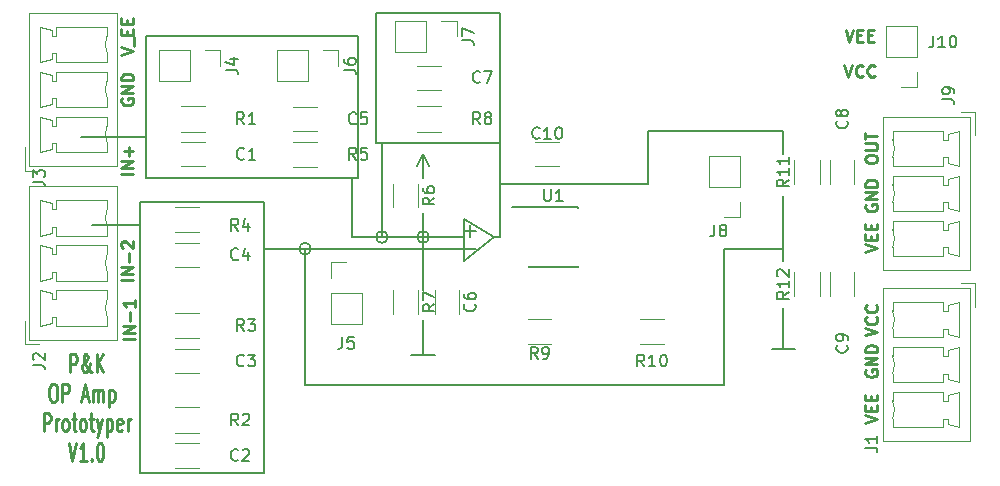
<source format=gbr>
G04 #@! TF.GenerationSoftware,KiCad,Pcbnew,(5.0.0)*
G04 #@! TF.CreationDate,2019-09-20T20:16:55+02:00*
G04 #@! TF.ProjectId,opampprotopcb,6F70616D7070726F746F7063622E6B69,rev?*
G04 #@! TF.SameCoordinates,Original*
G04 #@! TF.FileFunction,Legend,Top*
G04 #@! TF.FilePolarity,Positive*
%FSLAX46Y46*%
G04 Gerber Fmt 4.6, Leading zero omitted, Abs format (unit mm)*
G04 Created by KiCad (PCBNEW (5.0.0)) date 09/20/19 20:16:55*
%MOMM*%
%LPD*%
G01*
G04 APERTURE LIST*
%ADD10C,0.250000*%
%ADD11C,0.200000*%
%ADD12C,0.150000*%
%ADD13C,0.120000*%
G04 APERTURE END LIST*
D10*
X19119047Y-55428571D02*
X19119047Y-53928571D01*
X19500000Y-53928571D01*
X19595238Y-54000000D01*
X19642857Y-54071428D01*
X19690476Y-54214285D01*
X19690476Y-54428571D01*
X19642857Y-54571428D01*
X19595238Y-54642857D01*
X19500000Y-54714285D01*
X19119047Y-54714285D01*
X20928571Y-55428571D02*
X20880952Y-55428571D01*
X20785714Y-55357142D01*
X20642857Y-55142857D01*
X20404761Y-54714285D01*
X20309523Y-54500000D01*
X20261904Y-54285714D01*
X20261904Y-54142857D01*
X20309523Y-54000000D01*
X20404761Y-53928571D01*
X20452380Y-53928571D01*
X20547619Y-54000000D01*
X20595238Y-54142857D01*
X20595238Y-54214285D01*
X20547619Y-54357142D01*
X20500000Y-54428571D01*
X20214285Y-54714285D01*
X20166666Y-54785714D01*
X20119047Y-54928571D01*
X20119047Y-55142857D01*
X20166666Y-55285714D01*
X20214285Y-55357142D01*
X20309523Y-55428571D01*
X20452380Y-55428571D01*
X20547619Y-55357142D01*
X20595238Y-55285714D01*
X20738095Y-55000000D01*
X20785714Y-54785714D01*
X20785714Y-54642857D01*
X21357142Y-55428571D02*
X21357142Y-53928571D01*
X21928571Y-55428571D02*
X21500000Y-54571428D01*
X21928571Y-53928571D02*
X21357142Y-54785714D01*
X17595238Y-56428571D02*
X17785714Y-56428571D01*
X17880952Y-56500000D01*
X17976190Y-56642857D01*
X18023809Y-56928571D01*
X18023809Y-57428571D01*
X17976190Y-57714285D01*
X17880952Y-57857142D01*
X17785714Y-57928571D01*
X17595238Y-57928571D01*
X17500000Y-57857142D01*
X17404761Y-57714285D01*
X17357142Y-57428571D01*
X17357142Y-56928571D01*
X17404761Y-56642857D01*
X17500000Y-56500000D01*
X17595238Y-56428571D01*
X18452380Y-57928571D02*
X18452380Y-56428571D01*
X18833333Y-56428571D01*
X18928571Y-56500000D01*
X18976190Y-56571428D01*
X19023809Y-56714285D01*
X19023809Y-56928571D01*
X18976190Y-57071428D01*
X18928571Y-57142857D01*
X18833333Y-57214285D01*
X18452380Y-57214285D01*
X20166666Y-57500000D02*
X20642857Y-57500000D01*
X20071428Y-57928571D02*
X20404761Y-56428571D01*
X20738095Y-57928571D01*
X21071428Y-57928571D02*
X21071428Y-56928571D01*
X21071428Y-57071428D02*
X21119047Y-57000000D01*
X21214285Y-56928571D01*
X21357142Y-56928571D01*
X21452380Y-57000000D01*
X21500000Y-57142857D01*
X21500000Y-57928571D01*
X21500000Y-57142857D02*
X21547619Y-57000000D01*
X21642857Y-56928571D01*
X21785714Y-56928571D01*
X21880952Y-57000000D01*
X21928571Y-57142857D01*
X21928571Y-57928571D01*
X22404761Y-56928571D02*
X22404761Y-58428571D01*
X22404761Y-57000000D02*
X22500000Y-56928571D01*
X22690476Y-56928571D01*
X22785714Y-57000000D01*
X22833333Y-57071428D01*
X22880952Y-57214285D01*
X22880952Y-57642857D01*
X22833333Y-57785714D01*
X22785714Y-57857142D01*
X22690476Y-57928571D01*
X22500000Y-57928571D01*
X22404761Y-57857142D01*
X16880952Y-60428571D02*
X16880952Y-58928571D01*
X17261904Y-58928571D01*
X17357142Y-59000000D01*
X17404761Y-59071428D01*
X17452380Y-59214285D01*
X17452380Y-59428571D01*
X17404761Y-59571428D01*
X17357142Y-59642857D01*
X17261904Y-59714285D01*
X16880952Y-59714285D01*
X17880952Y-60428571D02*
X17880952Y-59428571D01*
X17880952Y-59714285D02*
X17928571Y-59571428D01*
X17976190Y-59500000D01*
X18071428Y-59428571D01*
X18166666Y-59428571D01*
X18642857Y-60428571D02*
X18547619Y-60357142D01*
X18500000Y-60285714D01*
X18452380Y-60142857D01*
X18452380Y-59714285D01*
X18500000Y-59571428D01*
X18547619Y-59500000D01*
X18642857Y-59428571D01*
X18785714Y-59428571D01*
X18880952Y-59500000D01*
X18928571Y-59571428D01*
X18976190Y-59714285D01*
X18976190Y-60142857D01*
X18928571Y-60285714D01*
X18880952Y-60357142D01*
X18785714Y-60428571D01*
X18642857Y-60428571D01*
X19261904Y-59428571D02*
X19642857Y-59428571D01*
X19404761Y-58928571D02*
X19404761Y-60214285D01*
X19452380Y-60357142D01*
X19547619Y-60428571D01*
X19642857Y-60428571D01*
X20119047Y-60428571D02*
X20023809Y-60357142D01*
X19976190Y-60285714D01*
X19928571Y-60142857D01*
X19928571Y-59714285D01*
X19976190Y-59571428D01*
X20023809Y-59500000D01*
X20119047Y-59428571D01*
X20261904Y-59428571D01*
X20357142Y-59500000D01*
X20404761Y-59571428D01*
X20452380Y-59714285D01*
X20452380Y-60142857D01*
X20404761Y-60285714D01*
X20357142Y-60357142D01*
X20261904Y-60428571D01*
X20119047Y-60428571D01*
X20738095Y-59428571D02*
X21119047Y-59428571D01*
X20880952Y-58928571D02*
X20880952Y-60214285D01*
X20928571Y-60357142D01*
X21023809Y-60428571D01*
X21119047Y-60428571D01*
X21357142Y-59428571D02*
X21595238Y-60428571D01*
X21833333Y-59428571D02*
X21595238Y-60428571D01*
X21500000Y-60785714D01*
X21452380Y-60857142D01*
X21357142Y-60928571D01*
X22214285Y-59428571D02*
X22214285Y-60928571D01*
X22214285Y-59500000D02*
X22309523Y-59428571D01*
X22500000Y-59428571D01*
X22595238Y-59500000D01*
X22642857Y-59571428D01*
X22690476Y-59714285D01*
X22690476Y-60142857D01*
X22642857Y-60285714D01*
X22595238Y-60357142D01*
X22500000Y-60428571D01*
X22309523Y-60428571D01*
X22214285Y-60357142D01*
X23500000Y-60357142D02*
X23404761Y-60428571D01*
X23214285Y-60428571D01*
X23119047Y-60357142D01*
X23071428Y-60214285D01*
X23071428Y-59642857D01*
X23119047Y-59500000D01*
X23214285Y-59428571D01*
X23404761Y-59428571D01*
X23500000Y-59500000D01*
X23547619Y-59642857D01*
X23547619Y-59785714D01*
X23071428Y-59928571D01*
X23976190Y-60428571D02*
X23976190Y-59428571D01*
X23976190Y-59714285D02*
X24023809Y-59571428D01*
X24071428Y-59500000D01*
X24166666Y-59428571D01*
X24261904Y-59428571D01*
X18976190Y-61428571D02*
X19309523Y-62928571D01*
X19642857Y-61428571D01*
X20500000Y-62928571D02*
X19928571Y-62928571D01*
X20214285Y-62928571D02*
X20214285Y-61428571D01*
X20119047Y-61642857D01*
X20023809Y-61785714D01*
X19928571Y-61857142D01*
X20928571Y-62785714D02*
X20976190Y-62857142D01*
X20928571Y-62928571D01*
X20880952Y-62857142D01*
X20928571Y-62785714D01*
X20928571Y-62928571D01*
X21595238Y-61428571D02*
X21690476Y-61428571D01*
X21785714Y-61500000D01*
X21833333Y-61571428D01*
X21880952Y-61714285D01*
X21928571Y-62000000D01*
X21928571Y-62357142D01*
X21880952Y-62642857D01*
X21833333Y-62785714D01*
X21785714Y-62857142D01*
X21690476Y-62928571D01*
X21595238Y-62928571D01*
X21500000Y-62857142D01*
X21452380Y-62785714D01*
X21404761Y-62642857D01*
X21357142Y-62357142D01*
X21357142Y-62000000D01*
X21404761Y-61714285D01*
X21452380Y-61571428D01*
X21500000Y-61500000D01*
X21595238Y-61428571D01*
X84666666Y-29452380D02*
X85000000Y-30452380D01*
X85333333Y-29452380D01*
X86238095Y-30357142D02*
X86190476Y-30404761D01*
X86047619Y-30452380D01*
X85952380Y-30452380D01*
X85809523Y-30404761D01*
X85714285Y-30309523D01*
X85666666Y-30214285D01*
X85619047Y-30023809D01*
X85619047Y-29880952D01*
X85666666Y-29690476D01*
X85714285Y-29595238D01*
X85809523Y-29500000D01*
X85952380Y-29452380D01*
X86047619Y-29452380D01*
X86190476Y-29500000D01*
X86238095Y-29547619D01*
X87238095Y-30357142D02*
X87190476Y-30404761D01*
X87047619Y-30452380D01*
X86952380Y-30452380D01*
X86809523Y-30404761D01*
X86714285Y-30309523D01*
X86666666Y-30214285D01*
X86619047Y-30023809D01*
X86619047Y-29880952D01*
X86666666Y-29690476D01*
X86714285Y-29595238D01*
X86809523Y-29500000D01*
X86952380Y-29452380D01*
X87047619Y-29452380D01*
X87190476Y-29500000D01*
X87238095Y-29547619D01*
X84761904Y-26452380D02*
X85095238Y-27452380D01*
X85428571Y-26452380D01*
X85761904Y-26928571D02*
X86095238Y-26928571D01*
X86238095Y-27452380D02*
X85761904Y-27452380D01*
X85761904Y-26452380D01*
X86238095Y-26452380D01*
X86666666Y-26928571D02*
X87000000Y-26928571D01*
X87142857Y-27452380D02*
X86666666Y-27452380D01*
X86666666Y-26452380D01*
X87142857Y-26452380D01*
X86452380Y-59738095D02*
X87452380Y-59404761D01*
X86452380Y-59071428D01*
X86928571Y-58738095D02*
X86928571Y-58404761D01*
X87452380Y-58261904D02*
X87452380Y-58738095D01*
X86452380Y-58738095D01*
X86452380Y-58261904D01*
X86928571Y-57833333D02*
X86928571Y-57500000D01*
X87452380Y-57357142D02*
X87452380Y-57833333D01*
X86452380Y-57833333D01*
X86452380Y-57357142D01*
X86500000Y-55261904D02*
X86452380Y-55357142D01*
X86452380Y-55500000D01*
X86500000Y-55642857D01*
X86595238Y-55738095D01*
X86690476Y-55785714D01*
X86880952Y-55833333D01*
X87023809Y-55833333D01*
X87214285Y-55785714D01*
X87309523Y-55738095D01*
X87404761Y-55642857D01*
X87452380Y-55500000D01*
X87452380Y-55404761D01*
X87404761Y-55261904D01*
X87357142Y-55214285D01*
X87023809Y-55214285D01*
X87023809Y-55404761D01*
X87452380Y-54785714D02*
X86452380Y-54785714D01*
X87452380Y-54214285D01*
X86452380Y-54214285D01*
X87452380Y-53738095D02*
X86452380Y-53738095D01*
X86452380Y-53500000D01*
X86500000Y-53357142D01*
X86595238Y-53261904D01*
X86690476Y-53214285D01*
X86880952Y-53166666D01*
X87023809Y-53166666D01*
X87214285Y-53214285D01*
X87309523Y-53261904D01*
X87404761Y-53357142D01*
X87452380Y-53500000D01*
X87452380Y-53738095D01*
X86452380Y-52333333D02*
X87452380Y-52000000D01*
X86452380Y-51666666D01*
X87357142Y-50761904D02*
X87404761Y-50809523D01*
X87452380Y-50952380D01*
X87452380Y-51047619D01*
X87404761Y-51190476D01*
X87309523Y-51285714D01*
X87214285Y-51333333D01*
X87023809Y-51380952D01*
X86880952Y-51380952D01*
X86690476Y-51333333D01*
X86595238Y-51285714D01*
X86500000Y-51190476D01*
X86452380Y-51047619D01*
X86452380Y-50952380D01*
X86500000Y-50809523D01*
X86547619Y-50761904D01*
X87357142Y-49761904D02*
X87404761Y-49809523D01*
X87452380Y-49952380D01*
X87452380Y-50047619D01*
X87404761Y-50190476D01*
X87309523Y-50285714D01*
X87214285Y-50333333D01*
X87023809Y-50380952D01*
X86880952Y-50380952D01*
X86690476Y-50333333D01*
X86595238Y-50285714D01*
X86500000Y-50190476D01*
X86452380Y-50047619D01*
X86452380Y-49952380D01*
X86500000Y-49809523D01*
X86547619Y-49761904D01*
X86452380Y-45238095D02*
X87452380Y-44904761D01*
X86452380Y-44571428D01*
X86928571Y-44238095D02*
X86928571Y-43904761D01*
X87452380Y-43761904D02*
X87452380Y-44238095D01*
X86452380Y-44238095D01*
X86452380Y-43761904D01*
X86928571Y-43333333D02*
X86928571Y-43000000D01*
X87452380Y-42857142D02*
X87452380Y-43333333D01*
X86452380Y-43333333D01*
X86452380Y-42857142D01*
X86452380Y-37500000D02*
X86452380Y-37309523D01*
X86500000Y-37214285D01*
X86595238Y-37119047D01*
X86785714Y-37071428D01*
X87119047Y-37071428D01*
X87309523Y-37119047D01*
X87404761Y-37214285D01*
X87452380Y-37309523D01*
X87452380Y-37500000D01*
X87404761Y-37595238D01*
X87309523Y-37690476D01*
X87119047Y-37738095D01*
X86785714Y-37738095D01*
X86595238Y-37690476D01*
X86500000Y-37595238D01*
X86452380Y-37500000D01*
X86452380Y-36642857D02*
X87261904Y-36642857D01*
X87357142Y-36595238D01*
X87404761Y-36547619D01*
X87452380Y-36452380D01*
X87452380Y-36261904D01*
X87404761Y-36166666D01*
X87357142Y-36119047D01*
X87261904Y-36071428D01*
X86452380Y-36071428D01*
X86452380Y-35738095D02*
X86452380Y-35166666D01*
X87452380Y-35452380D02*
X86452380Y-35452380D01*
X86500000Y-41261904D02*
X86452380Y-41357142D01*
X86452380Y-41500000D01*
X86500000Y-41642857D01*
X86595238Y-41738095D01*
X86690476Y-41785714D01*
X86880952Y-41833333D01*
X87023809Y-41833333D01*
X87214285Y-41785714D01*
X87309523Y-41738095D01*
X87404761Y-41642857D01*
X87452380Y-41500000D01*
X87452380Y-41404761D01*
X87404761Y-41261904D01*
X87357142Y-41214285D01*
X87023809Y-41214285D01*
X87023809Y-41404761D01*
X87452380Y-40785714D02*
X86452380Y-40785714D01*
X87452380Y-40214285D01*
X86452380Y-40214285D01*
X87452380Y-39738095D02*
X86452380Y-39738095D01*
X86452380Y-39500000D01*
X86500000Y-39357142D01*
X86595238Y-39261904D01*
X86690476Y-39214285D01*
X86880952Y-39166666D01*
X87023809Y-39166666D01*
X87214285Y-39214285D01*
X87309523Y-39261904D01*
X87404761Y-39357142D01*
X87452380Y-39500000D01*
X87452380Y-39738095D01*
X24452380Y-47619047D02*
X23452380Y-47619047D01*
X24452380Y-47142857D02*
X23452380Y-47142857D01*
X24452380Y-46571428D01*
X23452380Y-46571428D01*
X24071428Y-46095238D02*
X24071428Y-45333333D01*
X23547619Y-44904761D02*
X23500000Y-44857142D01*
X23452380Y-44761904D01*
X23452380Y-44523809D01*
X23500000Y-44428571D01*
X23547619Y-44380952D01*
X23642857Y-44333333D01*
X23738095Y-44333333D01*
X23880952Y-44380952D01*
X24452380Y-44952380D01*
X24452380Y-44333333D01*
X24577380Y-52619047D02*
X23577380Y-52619047D01*
X24577380Y-52142857D02*
X23577380Y-52142857D01*
X24577380Y-51571428D01*
X23577380Y-51571428D01*
X24196428Y-51095238D02*
X24196428Y-50333333D01*
X24577380Y-49333333D02*
X24577380Y-49904761D01*
X24577380Y-49619047D02*
X23577380Y-49619047D01*
X23720238Y-49714285D01*
X23815476Y-49809523D01*
X23863095Y-49904761D01*
X24452380Y-38642857D02*
X23452380Y-38642857D01*
X24452380Y-38166666D02*
X23452380Y-38166666D01*
X24452380Y-37595238D01*
X23452380Y-37595238D01*
X24071428Y-37119047D02*
X24071428Y-36357142D01*
X24452380Y-36738095D02*
X23690476Y-36738095D01*
X23452380Y-28619047D02*
X24452380Y-28285714D01*
X23452380Y-27952380D01*
X24547619Y-27857142D02*
X24547619Y-27095238D01*
X23928571Y-26857142D02*
X23928571Y-26523809D01*
X24452380Y-26380952D02*
X24452380Y-26857142D01*
X23452380Y-26857142D01*
X23452380Y-26380952D01*
X23928571Y-25952380D02*
X23928571Y-25619047D01*
X24452380Y-25476190D02*
X24452380Y-25952380D01*
X23452380Y-25952380D01*
X23452380Y-25476190D01*
X23500000Y-32261904D02*
X23452380Y-32357142D01*
X23452380Y-32500000D01*
X23500000Y-32642857D01*
X23595238Y-32738095D01*
X23690476Y-32785714D01*
X23880952Y-32833333D01*
X24023809Y-32833333D01*
X24214285Y-32785714D01*
X24309523Y-32738095D01*
X24404761Y-32642857D01*
X24452380Y-32500000D01*
X24452380Y-32404761D01*
X24404761Y-32261904D01*
X24357142Y-32214285D01*
X24023809Y-32214285D01*
X24023809Y-32404761D01*
X24452380Y-31785714D02*
X23452380Y-31785714D01*
X24452380Y-31214285D01*
X23452380Y-31214285D01*
X24452380Y-30738095D02*
X23452380Y-30738095D01*
X23452380Y-30500000D01*
X23500000Y-30357142D01*
X23595238Y-30261904D01*
X23690476Y-30214285D01*
X23880952Y-30166666D01*
X24023809Y-30166666D01*
X24214285Y-30214285D01*
X24309523Y-30261904D01*
X24404761Y-30357142D01*
X24452380Y-30500000D01*
X24452380Y-30738095D01*
D11*
X39500000Y-45000000D02*
G75*
G03X39500000Y-45000000I-500000J0D01*
G01*
X39000000Y-56500000D02*
X39000000Y-45000000D01*
X74500000Y-56500000D02*
X39000000Y-56500000D01*
X74500000Y-45000000D02*
X74500000Y-56500000D01*
X79500000Y-45000000D02*
X74500000Y-45000000D01*
X78500000Y-53500000D02*
X80500000Y-53500000D01*
X79500000Y-50000000D02*
X79500000Y-53500000D01*
X79500000Y-40500000D02*
X79500000Y-46000000D01*
X79500000Y-35000000D02*
X79500000Y-37000000D01*
X68000000Y-35000000D02*
X79500000Y-35000000D01*
X68000000Y-39500000D02*
X68000000Y-35000000D01*
X55500000Y-39500000D02*
X68000000Y-39500000D01*
X49500000Y-44000000D02*
G75*
G03X49500000Y-44000000I-500000J0D01*
G01*
X48000000Y-54000000D02*
X50000000Y-54000000D01*
X49000000Y-51000000D02*
X49000000Y-54000000D01*
X49000000Y-43500000D02*
X49000000Y-48500000D01*
X49000000Y-42000000D02*
X49000000Y-44000000D01*
X49000000Y-37000000D02*
X49000000Y-39000000D01*
X49000000Y-37000000D02*
X49500000Y-38000000D01*
X48500000Y-38000000D02*
X49000000Y-37000000D01*
X46000000Y-44000000D02*
G75*
G03X46000000Y-44000000I-500000J0D01*
G01*
X45500000Y-36000000D02*
X45500000Y-44000000D01*
X55500000Y-25000000D02*
X45000000Y-25000000D01*
X55500000Y-36000000D02*
X55500000Y-25000000D01*
X45000000Y-36000000D02*
X55500000Y-36000000D01*
X45000000Y-25000000D02*
X45000000Y-36000000D01*
X38000000Y-45000000D02*
X35500000Y-45000000D01*
X25000000Y-64000000D02*
X25000000Y-48000000D01*
X35500000Y-64000000D02*
X25000000Y-64000000D01*
X35500000Y-41000000D02*
X35500000Y-64000000D01*
X25000000Y-41000000D02*
X35500000Y-41000000D01*
X25000000Y-43000000D02*
X25000000Y-41000000D01*
X25000000Y-43000000D02*
X21000000Y-43000000D01*
D12*
X43500000Y-39000000D02*
X42500000Y-39000000D01*
X43500000Y-27000000D02*
X43500000Y-39000000D01*
X25500000Y-27000000D02*
X43500000Y-27000000D01*
X25500000Y-35500000D02*
X25500000Y-27000000D01*
D11*
X38000000Y-45000000D02*
X52500000Y-45000000D01*
X25000000Y-43000000D02*
X25000000Y-48000000D01*
X43000000Y-44000000D02*
X52500000Y-44000000D01*
X43000000Y-39000000D02*
X43000000Y-44000000D01*
X25500000Y-39000000D02*
X43000000Y-39000000D01*
X25500000Y-35500000D02*
X25500000Y-39000000D01*
X20000000Y-35500000D02*
X25500000Y-35500000D01*
X55500000Y-44000000D02*
X55500000Y-35500000D01*
X55000000Y-44000000D02*
X55500000Y-44000000D01*
X53000000Y-43000000D02*
X53000000Y-44000000D01*
X52500000Y-45000000D02*
X53500000Y-45000000D01*
X52500000Y-43500000D02*
X53500000Y-43500000D01*
X52500000Y-46000000D02*
X55000000Y-44000000D01*
X52500000Y-42500000D02*
X52500000Y-46000000D01*
X55000000Y-44000000D02*
X52500000Y-42500000D01*
D13*
G04 #@! TO.C,C1*
X28500000Y-38020000D02*
X30500000Y-38020000D01*
X30500000Y-35980000D02*
X28500000Y-35980000D01*
G04 #@! TO.C,C2*
X28000000Y-63520000D02*
X30000000Y-63520000D01*
X30000000Y-61480000D02*
X28000000Y-61480000D01*
G04 #@! TO.C,C3*
X30000000Y-53480000D02*
X28000000Y-53480000D01*
X28000000Y-55520000D02*
X30000000Y-55520000D01*
G04 #@! TO.C,C4*
X28000000Y-46520000D02*
X30000000Y-46520000D01*
X30000000Y-44480000D02*
X28000000Y-44480000D01*
G04 #@! TO.C,C5*
X38000000Y-35020000D02*
X40000000Y-35020000D01*
X40000000Y-32980000D02*
X38000000Y-32980000D01*
G04 #@! TO.C,C6*
X52020000Y-50500000D02*
X52020000Y-48500000D01*
X49980000Y-48500000D02*
X49980000Y-50500000D01*
G04 #@! TO.C,C7*
X50500000Y-29480000D02*
X48500000Y-29480000D01*
X48500000Y-31520000D02*
X50500000Y-31520000D01*
G04 #@! TO.C,C8*
X85520000Y-39500000D02*
X85520000Y-37500000D01*
X83480000Y-37500000D02*
X83480000Y-39500000D01*
G04 #@! TO.C,C9*
X85520000Y-49000000D02*
X85520000Y-47000000D01*
X83480000Y-47000000D02*
X83480000Y-49000000D01*
G04 #@! TO.C,C10*
X58500000Y-38020000D02*
X60500000Y-38020000D01*
X60500000Y-35980000D02*
X58500000Y-35980000D01*
G04 #@! TO.C,J1*
X88750155Y-51749647D02*
G75*
G03X88750000Y-50250000I-1700155J749647D01*
G01*
X88750155Y-55559647D02*
G75*
G03X88750000Y-54060000I-1700155J749647D01*
G01*
X88750155Y-59369647D02*
G75*
G03X88750000Y-57870000I-1700155J749647D01*
G01*
X95330000Y-48320000D02*
X87920000Y-48320000D01*
X87920000Y-48320000D02*
X87920000Y-61300000D01*
X87920000Y-61300000D02*
X95330000Y-61300000D01*
X95330000Y-61300000D02*
X95330000Y-48320000D01*
X88750000Y-50250000D02*
X88750000Y-49500000D01*
X88750000Y-49500000D02*
X93050000Y-49500000D01*
X93050000Y-49500000D02*
X93050000Y-50250000D01*
X93050000Y-50250000D02*
X93400000Y-50250000D01*
X93400000Y-50250000D02*
X93400000Y-49750000D01*
X93400000Y-49750000D02*
X94400000Y-49500000D01*
X94400000Y-49500000D02*
X94400000Y-52500000D01*
X94400000Y-52500000D02*
X93400000Y-52250000D01*
X93400000Y-52250000D02*
X93400000Y-51750000D01*
X93400000Y-51750000D02*
X93050000Y-51750000D01*
X93050000Y-51750000D02*
X93050000Y-52500000D01*
X93050000Y-52500000D02*
X88750000Y-52500000D01*
X88750000Y-52500000D02*
X88750000Y-51750000D01*
X88750000Y-54060000D02*
X88750000Y-53310000D01*
X88750000Y-53310000D02*
X93050000Y-53310000D01*
X93050000Y-53310000D02*
X93050000Y-54060000D01*
X93050000Y-54060000D02*
X93400000Y-54060000D01*
X93400000Y-54060000D02*
X93400000Y-53560000D01*
X93400000Y-53560000D02*
X94400000Y-53310000D01*
X94400000Y-53310000D02*
X94400000Y-56310000D01*
X94400000Y-56310000D02*
X93400000Y-56060000D01*
X93400000Y-56060000D02*
X93400000Y-55560000D01*
X93400000Y-55560000D02*
X93050000Y-55560000D01*
X93050000Y-55560000D02*
X93050000Y-56310000D01*
X93050000Y-56310000D02*
X88750000Y-56310000D01*
X88750000Y-56310000D02*
X88750000Y-55560000D01*
X88750000Y-57870000D02*
X88750000Y-57120000D01*
X88750000Y-57120000D02*
X93050000Y-57120000D01*
X93050000Y-57120000D02*
X93050000Y-57870000D01*
X93050000Y-57870000D02*
X93400000Y-57870000D01*
X93400000Y-57870000D02*
X93400000Y-57370000D01*
X93400000Y-57370000D02*
X94400000Y-57120000D01*
X94400000Y-57120000D02*
X94400000Y-60120000D01*
X94400000Y-60120000D02*
X93400000Y-59870000D01*
X93400000Y-59870000D02*
X93400000Y-59370000D01*
X93400000Y-59370000D02*
X93050000Y-59370000D01*
X93050000Y-59370000D02*
X93050000Y-60120000D01*
X93050000Y-60120000D02*
X88750000Y-60120000D01*
X88750000Y-60120000D02*
X88750000Y-59370000D01*
X94500000Y-47900000D02*
X95750000Y-47900000D01*
X95750000Y-47900000D02*
X95750000Y-49900000D01*
G04 #@! TO.C,J2*
X22249845Y-49250353D02*
G75*
G03X22250000Y-50750000I1700155J-749647D01*
G01*
X22249845Y-45440353D02*
G75*
G03X22250000Y-46940000I1700155J-749647D01*
G01*
X22249845Y-41630353D02*
G75*
G03X22250000Y-43130000I1700155J-749647D01*
G01*
X15670000Y-52680000D02*
X23080000Y-52680000D01*
X23080000Y-52680000D02*
X23080000Y-39700000D01*
X23080000Y-39700000D02*
X15670000Y-39700000D01*
X15670000Y-39700000D02*
X15670000Y-52680000D01*
X22250000Y-50750000D02*
X22250000Y-51500000D01*
X22250000Y-51500000D02*
X17950000Y-51500000D01*
X17950000Y-51500000D02*
X17950000Y-50750000D01*
X17950000Y-50750000D02*
X17600000Y-50750000D01*
X17600000Y-50750000D02*
X17600000Y-51250000D01*
X17600000Y-51250000D02*
X16600000Y-51500000D01*
X16600000Y-51500000D02*
X16600000Y-48500000D01*
X16600000Y-48500000D02*
X17600000Y-48750000D01*
X17600000Y-48750000D02*
X17600000Y-49250000D01*
X17600000Y-49250000D02*
X17950000Y-49250000D01*
X17950000Y-49250000D02*
X17950000Y-48500000D01*
X17950000Y-48500000D02*
X22250000Y-48500000D01*
X22250000Y-48500000D02*
X22250000Y-49250000D01*
X22250000Y-46940000D02*
X22250000Y-47690000D01*
X22250000Y-47690000D02*
X17950000Y-47690000D01*
X17950000Y-47690000D02*
X17950000Y-46940000D01*
X17950000Y-46940000D02*
X17600000Y-46940000D01*
X17600000Y-46940000D02*
X17600000Y-47440000D01*
X17600000Y-47440000D02*
X16600000Y-47690000D01*
X16600000Y-47690000D02*
X16600000Y-44690000D01*
X16600000Y-44690000D02*
X17600000Y-44940000D01*
X17600000Y-44940000D02*
X17600000Y-45440000D01*
X17600000Y-45440000D02*
X17950000Y-45440000D01*
X17950000Y-45440000D02*
X17950000Y-44690000D01*
X17950000Y-44690000D02*
X22250000Y-44690000D01*
X22250000Y-44690000D02*
X22250000Y-45440000D01*
X22250000Y-43130000D02*
X22250000Y-43880000D01*
X22250000Y-43880000D02*
X17950000Y-43880000D01*
X17950000Y-43880000D02*
X17950000Y-43130000D01*
X17950000Y-43130000D02*
X17600000Y-43130000D01*
X17600000Y-43130000D02*
X17600000Y-43630000D01*
X17600000Y-43630000D02*
X16600000Y-43880000D01*
X16600000Y-43880000D02*
X16600000Y-40880000D01*
X16600000Y-40880000D02*
X17600000Y-41130000D01*
X17600000Y-41130000D02*
X17600000Y-41630000D01*
X17600000Y-41630000D02*
X17950000Y-41630000D01*
X17950000Y-41630000D02*
X17950000Y-40880000D01*
X17950000Y-40880000D02*
X22250000Y-40880000D01*
X22250000Y-40880000D02*
X22250000Y-41630000D01*
X16500000Y-53100000D02*
X15250000Y-53100000D01*
X15250000Y-53100000D02*
X15250000Y-51100000D01*
G04 #@! TO.C,J3*
X15250000Y-38410000D02*
X15250000Y-36410000D01*
X16500000Y-38410000D02*
X15250000Y-38410000D01*
X22250000Y-26190000D02*
X22250000Y-26940000D01*
X17950000Y-26190000D02*
X22250000Y-26190000D01*
X17950000Y-26940000D02*
X17950000Y-26190000D01*
X17600000Y-26940000D02*
X17950000Y-26940000D01*
X17600000Y-26440000D02*
X17600000Y-26940000D01*
X16600000Y-26190000D02*
X17600000Y-26440000D01*
X16600000Y-29190000D02*
X16600000Y-26190000D01*
X17600000Y-28940000D02*
X16600000Y-29190000D01*
X17600000Y-28440000D02*
X17600000Y-28940000D01*
X17950000Y-28440000D02*
X17600000Y-28440000D01*
X17950000Y-29190000D02*
X17950000Y-28440000D01*
X22250000Y-29190000D02*
X17950000Y-29190000D01*
X22250000Y-28440000D02*
X22250000Y-29190000D01*
X22250000Y-30000000D02*
X22250000Y-30750000D01*
X17950000Y-30000000D02*
X22250000Y-30000000D01*
X17950000Y-30750000D02*
X17950000Y-30000000D01*
X17600000Y-30750000D02*
X17950000Y-30750000D01*
X17600000Y-30250000D02*
X17600000Y-30750000D01*
X16600000Y-30000000D02*
X17600000Y-30250000D01*
X16600000Y-33000000D02*
X16600000Y-30000000D01*
X17600000Y-32750000D02*
X16600000Y-33000000D01*
X17600000Y-32250000D02*
X17600000Y-32750000D01*
X17950000Y-32250000D02*
X17600000Y-32250000D01*
X17950000Y-33000000D02*
X17950000Y-32250000D01*
X22250000Y-33000000D02*
X17950000Y-33000000D01*
X22250000Y-32250000D02*
X22250000Y-33000000D01*
X22250000Y-33810000D02*
X22250000Y-34560000D01*
X17950000Y-33810000D02*
X22250000Y-33810000D01*
X17950000Y-34560000D02*
X17950000Y-33810000D01*
X17600000Y-34560000D02*
X17950000Y-34560000D01*
X17600000Y-34060000D02*
X17600000Y-34560000D01*
X16600000Y-33810000D02*
X17600000Y-34060000D01*
X16600000Y-36810000D02*
X16600000Y-33810000D01*
X17600000Y-36560000D02*
X16600000Y-36810000D01*
X17600000Y-36060000D02*
X17600000Y-36560000D01*
X17950000Y-36060000D02*
X17600000Y-36060000D01*
X17950000Y-36810000D02*
X17950000Y-36060000D01*
X22250000Y-36810000D02*
X17950000Y-36810000D01*
X22250000Y-36060000D02*
X22250000Y-36810000D01*
X15670000Y-25010000D02*
X15670000Y-37990000D01*
X23080000Y-25010000D02*
X15670000Y-25010000D01*
X23080000Y-37990000D02*
X23080000Y-25010000D01*
X15670000Y-37990000D02*
X23080000Y-37990000D01*
X22249845Y-26940353D02*
G75*
G03X22250000Y-28440000I1700155J-749647D01*
G01*
X22249845Y-30750353D02*
G75*
G03X22250000Y-32250000I1700155J-749647D01*
G01*
X22249845Y-34560353D02*
G75*
G03X22250000Y-36060000I1700155J-749647D01*
G01*
G04 #@! TO.C,J4*
X26630000Y-28170000D02*
X26630000Y-30830000D01*
X29230000Y-28170000D02*
X26630000Y-28170000D01*
X29230000Y-30830000D02*
X26630000Y-30830000D01*
X29230000Y-28170000D02*
X29230000Y-30830000D01*
X30500000Y-28170000D02*
X31830000Y-28170000D01*
X31830000Y-28170000D02*
X31830000Y-29500000D01*
G04 #@! TO.C,J5*
X41170000Y-51330000D02*
X43830000Y-51330000D01*
X41170000Y-48730000D02*
X41170000Y-51330000D01*
X43830000Y-48730000D02*
X43830000Y-51330000D01*
X41170000Y-48730000D02*
X43830000Y-48730000D01*
X41170000Y-47460000D02*
X41170000Y-46130000D01*
X41170000Y-46130000D02*
X42500000Y-46130000D01*
G04 #@! TO.C,J6*
X36630000Y-28170000D02*
X36630000Y-30830000D01*
X39230000Y-28170000D02*
X36630000Y-28170000D01*
X39230000Y-30830000D02*
X36630000Y-30830000D01*
X39230000Y-28170000D02*
X39230000Y-30830000D01*
X40500000Y-28170000D02*
X41830000Y-28170000D01*
X41830000Y-28170000D02*
X41830000Y-29500000D01*
G04 #@! TO.C,J7*
X51830000Y-25670000D02*
X51830000Y-27000000D01*
X50500000Y-25670000D02*
X51830000Y-25670000D01*
X49230000Y-25670000D02*
X49230000Y-28330000D01*
X49230000Y-28330000D02*
X46630000Y-28330000D01*
X49230000Y-25670000D02*
X46630000Y-25670000D01*
X46630000Y-25670000D02*
X46630000Y-28330000D01*
G04 #@! TO.C,J8*
X75830000Y-37130000D02*
X73170000Y-37130000D01*
X75830000Y-39730000D02*
X75830000Y-37130000D01*
X73170000Y-39730000D02*
X73170000Y-37130000D01*
X75830000Y-39730000D02*
X73170000Y-39730000D01*
X75830000Y-41000000D02*
X75830000Y-42330000D01*
X75830000Y-42330000D02*
X74500000Y-42330000D01*
G04 #@! TO.C,J9*
X95750000Y-33400000D02*
X95750000Y-35400000D01*
X94500000Y-33400000D02*
X95750000Y-33400000D01*
X88750000Y-45620000D02*
X88750000Y-44870000D01*
X93050000Y-45620000D02*
X88750000Y-45620000D01*
X93050000Y-44870000D02*
X93050000Y-45620000D01*
X93400000Y-44870000D02*
X93050000Y-44870000D01*
X93400000Y-45370000D02*
X93400000Y-44870000D01*
X94400000Y-45620000D02*
X93400000Y-45370000D01*
X94400000Y-42620000D02*
X94400000Y-45620000D01*
X93400000Y-42870000D02*
X94400000Y-42620000D01*
X93400000Y-43370000D02*
X93400000Y-42870000D01*
X93050000Y-43370000D02*
X93400000Y-43370000D01*
X93050000Y-42620000D02*
X93050000Y-43370000D01*
X88750000Y-42620000D02*
X93050000Y-42620000D01*
X88750000Y-43370000D02*
X88750000Y-42620000D01*
X88750000Y-41810000D02*
X88750000Y-41060000D01*
X93050000Y-41810000D02*
X88750000Y-41810000D01*
X93050000Y-41060000D02*
X93050000Y-41810000D01*
X93400000Y-41060000D02*
X93050000Y-41060000D01*
X93400000Y-41560000D02*
X93400000Y-41060000D01*
X94400000Y-41810000D02*
X93400000Y-41560000D01*
X94400000Y-38810000D02*
X94400000Y-41810000D01*
X93400000Y-39060000D02*
X94400000Y-38810000D01*
X93400000Y-39560000D02*
X93400000Y-39060000D01*
X93050000Y-39560000D02*
X93400000Y-39560000D01*
X93050000Y-38810000D02*
X93050000Y-39560000D01*
X88750000Y-38810000D02*
X93050000Y-38810000D01*
X88750000Y-39560000D02*
X88750000Y-38810000D01*
X88750000Y-38000000D02*
X88750000Y-37250000D01*
X93050000Y-38000000D02*
X88750000Y-38000000D01*
X93050000Y-37250000D02*
X93050000Y-38000000D01*
X93400000Y-37250000D02*
X93050000Y-37250000D01*
X93400000Y-37750000D02*
X93400000Y-37250000D01*
X94400000Y-38000000D02*
X93400000Y-37750000D01*
X94400000Y-35000000D02*
X94400000Y-38000000D01*
X93400000Y-35250000D02*
X94400000Y-35000000D01*
X93400000Y-35750000D02*
X93400000Y-35250000D01*
X93050000Y-35750000D02*
X93400000Y-35750000D01*
X93050000Y-35000000D02*
X93050000Y-35750000D01*
X88750000Y-35000000D02*
X93050000Y-35000000D01*
X88750000Y-35750000D02*
X88750000Y-35000000D01*
X95330000Y-46800000D02*
X95330000Y-33820000D01*
X87920000Y-46800000D02*
X95330000Y-46800000D01*
X87920000Y-33820000D02*
X87920000Y-46800000D01*
X95330000Y-33820000D02*
X87920000Y-33820000D01*
X88750155Y-44869647D02*
G75*
G03X88750000Y-43370000I-1700155J749647D01*
G01*
X88750155Y-41059647D02*
G75*
G03X88750000Y-39560000I-1700155J749647D01*
G01*
X88750155Y-37249647D02*
G75*
G03X88750000Y-35750000I-1700155J749647D01*
G01*
G04 #@! TO.C,R1*
X30500000Y-35070000D02*
X28500000Y-35070000D01*
X28500000Y-32930000D02*
X30500000Y-32930000D01*
G04 #@! TO.C,R2*
X28000000Y-58430000D02*
X30000000Y-58430000D01*
X30000000Y-60570000D02*
X28000000Y-60570000D01*
G04 #@! TO.C,R3*
X28000000Y-50430000D02*
X30000000Y-50430000D01*
X30000000Y-52570000D02*
X28000000Y-52570000D01*
G04 #@! TO.C,R4*
X30000000Y-43570000D02*
X28000000Y-43570000D01*
X28000000Y-41430000D02*
X30000000Y-41430000D01*
G04 #@! TO.C,R5*
X38000000Y-35930000D02*
X40000000Y-35930000D01*
X40000000Y-38070000D02*
X38000000Y-38070000D01*
G04 #@! TO.C,R6*
X46430000Y-41500000D02*
X46430000Y-39500000D01*
X48570000Y-39500000D02*
X48570000Y-41500000D01*
G04 #@! TO.C,R7*
X48570000Y-48500000D02*
X48570000Y-50500000D01*
X46430000Y-50500000D02*
X46430000Y-48500000D01*
G04 #@! TO.C,R8*
X50500000Y-35070000D02*
X48500000Y-35070000D01*
X48500000Y-32930000D02*
X50500000Y-32930000D01*
G04 #@! TO.C,R9*
X59860700Y-53091500D02*
X57860700Y-53091500D01*
X57860700Y-50951500D02*
X59860700Y-50951500D01*
G04 #@! TO.C,R10*
X69360700Y-53091500D02*
X67360700Y-53091500D01*
X67360700Y-50951500D02*
X69360700Y-50951500D01*
G04 #@! TO.C,R11*
X82570000Y-37500000D02*
X82570000Y-39500000D01*
X80430000Y-39500000D02*
X80430000Y-37500000D01*
G04 #@! TO.C,R12*
X80430000Y-49000000D02*
X80430000Y-47000000D01*
X82570000Y-47000000D02*
X82570000Y-49000000D01*
D12*
G04 #@! TO.C,U1*
X57925000Y-41475000D02*
X56525000Y-41475000D01*
X57925000Y-46575000D02*
X62075000Y-46575000D01*
X57925000Y-41425000D02*
X62075000Y-41425000D01*
X57925000Y-46575000D02*
X57925000Y-46430000D01*
X62075000Y-46575000D02*
X62075000Y-46430000D01*
X62075000Y-41425000D02*
X62075000Y-41570000D01*
X57925000Y-41425000D02*
X57925000Y-41475000D01*
D13*
G04 #@! TO.C,J10*
X90830000Y-31330000D02*
X89500000Y-31330000D01*
X90830000Y-30000000D02*
X90830000Y-31330000D01*
X90830000Y-28730000D02*
X88170000Y-28730000D01*
X88170000Y-28730000D02*
X88170000Y-26130000D01*
X90830000Y-28730000D02*
X90830000Y-26130000D01*
X90830000Y-26130000D02*
X88170000Y-26130000D01*
G04 #@! TO.C,C1*
D12*
X33833333Y-37357142D02*
X33785714Y-37404761D01*
X33642857Y-37452380D01*
X33547619Y-37452380D01*
X33404761Y-37404761D01*
X33309523Y-37309523D01*
X33261904Y-37214285D01*
X33214285Y-37023809D01*
X33214285Y-36880952D01*
X33261904Y-36690476D01*
X33309523Y-36595238D01*
X33404761Y-36500000D01*
X33547619Y-36452380D01*
X33642857Y-36452380D01*
X33785714Y-36500000D01*
X33833333Y-36547619D01*
X34785714Y-37452380D02*
X34214285Y-37452380D01*
X34500000Y-37452380D02*
X34500000Y-36452380D01*
X34404761Y-36595238D01*
X34309523Y-36690476D01*
X34214285Y-36738095D01*
G04 #@! TO.C,C2*
X33333333Y-62857142D02*
X33285714Y-62904761D01*
X33142857Y-62952380D01*
X33047619Y-62952380D01*
X32904761Y-62904761D01*
X32809523Y-62809523D01*
X32761904Y-62714285D01*
X32714285Y-62523809D01*
X32714285Y-62380952D01*
X32761904Y-62190476D01*
X32809523Y-62095238D01*
X32904761Y-62000000D01*
X33047619Y-61952380D01*
X33142857Y-61952380D01*
X33285714Y-62000000D01*
X33333333Y-62047619D01*
X33714285Y-62047619D02*
X33761904Y-62000000D01*
X33857142Y-61952380D01*
X34095238Y-61952380D01*
X34190476Y-62000000D01*
X34238095Y-62047619D01*
X34285714Y-62142857D01*
X34285714Y-62238095D01*
X34238095Y-62380952D01*
X33666666Y-62952380D01*
X34285714Y-62952380D01*
G04 #@! TO.C,C3*
X33833333Y-54857142D02*
X33785714Y-54904761D01*
X33642857Y-54952380D01*
X33547619Y-54952380D01*
X33404761Y-54904761D01*
X33309523Y-54809523D01*
X33261904Y-54714285D01*
X33214285Y-54523809D01*
X33214285Y-54380952D01*
X33261904Y-54190476D01*
X33309523Y-54095238D01*
X33404761Y-54000000D01*
X33547619Y-53952380D01*
X33642857Y-53952380D01*
X33785714Y-54000000D01*
X33833333Y-54047619D01*
X34166666Y-53952380D02*
X34785714Y-53952380D01*
X34452380Y-54333333D01*
X34595238Y-54333333D01*
X34690476Y-54380952D01*
X34738095Y-54428571D01*
X34785714Y-54523809D01*
X34785714Y-54761904D01*
X34738095Y-54857142D01*
X34690476Y-54904761D01*
X34595238Y-54952380D01*
X34309523Y-54952380D01*
X34214285Y-54904761D01*
X34166666Y-54857142D01*
G04 #@! TO.C,C4*
X33333333Y-45857142D02*
X33285714Y-45904761D01*
X33142857Y-45952380D01*
X33047619Y-45952380D01*
X32904761Y-45904761D01*
X32809523Y-45809523D01*
X32761904Y-45714285D01*
X32714285Y-45523809D01*
X32714285Y-45380952D01*
X32761904Y-45190476D01*
X32809523Y-45095238D01*
X32904761Y-45000000D01*
X33047619Y-44952380D01*
X33142857Y-44952380D01*
X33285714Y-45000000D01*
X33333333Y-45047619D01*
X34190476Y-45285714D02*
X34190476Y-45952380D01*
X33952380Y-44904761D02*
X33714285Y-45619047D01*
X34333333Y-45619047D01*
G04 #@! TO.C,C5*
X43333333Y-34357142D02*
X43285714Y-34404761D01*
X43142857Y-34452380D01*
X43047619Y-34452380D01*
X42904761Y-34404761D01*
X42809523Y-34309523D01*
X42761904Y-34214285D01*
X42714285Y-34023809D01*
X42714285Y-33880952D01*
X42761904Y-33690476D01*
X42809523Y-33595238D01*
X42904761Y-33500000D01*
X43047619Y-33452380D01*
X43142857Y-33452380D01*
X43285714Y-33500000D01*
X43333333Y-33547619D01*
X44238095Y-33452380D02*
X43761904Y-33452380D01*
X43714285Y-33928571D01*
X43761904Y-33880952D01*
X43857142Y-33833333D01*
X44095238Y-33833333D01*
X44190476Y-33880952D01*
X44238095Y-33928571D01*
X44285714Y-34023809D01*
X44285714Y-34261904D01*
X44238095Y-34357142D01*
X44190476Y-34404761D01*
X44095238Y-34452380D01*
X43857142Y-34452380D01*
X43761904Y-34404761D01*
X43714285Y-34357142D01*
G04 #@! TO.C,C6*
X53357142Y-49666666D02*
X53404761Y-49714285D01*
X53452380Y-49857142D01*
X53452380Y-49952380D01*
X53404761Y-50095238D01*
X53309523Y-50190476D01*
X53214285Y-50238095D01*
X53023809Y-50285714D01*
X52880952Y-50285714D01*
X52690476Y-50238095D01*
X52595238Y-50190476D01*
X52500000Y-50095238D01*
X52452380Y-49952380D01*
X52452380Y-49857142D01*
X52500000Y-49714285D01*
X52547619Y-49666666D01*
X52452380Y-48809523D02*
X52452380Y-49000000D01*
X52500000Y-49095238D01*
X52547619Y-49142857D01*
X52690476Y-49238095D01*
X52880952Y-49285714D01*
X53261904Y-49285714D01*
X53357142Y-49238095D01*
X53404761Y-49190476D01*
X53452380Y-49095238D01*
X53452380Y-48904761D01*
X53404761Y-48809523D01*
X53357142Y-48761904D01*
X53261904Y-48714285D01*
X53023809Y-48714285D01*
X52928571Y-48761904D01*
X52880952Y-48809523D01*
X52833333Y-48904761D01*
X52833333Y-49095238D01*
X52880952Y-49190476D01*
X52928571Y-49238095D01*
X53023809Y-49285714D01*
G04 #@! TO.C,C7*
X53833333Y-30857142D02*
X53785714Y-30904761D01*
X53642857Y-30952380D01*
X53547619Y-30952380D01*
X53404761Y-30904761D01*
X53309523Y-30809523D01*
X53261904Y-30714285D01*
X53214285Y-30523809D01*
X53214285Y-30380952D01*
X53261904Y-30190476D01*
X53309523Y-30095238D01*
X53404761Y-30000000D01*
X53547619Y-29952380D01*
X53642857Y-29952380D01*
X53785714Y-30000000D01*
X53833333Y-30047619D01*
X54166666Y-29952380D02*
X54833333Y-29952380D01*
X54404761Y-30952380D01*
G04 #@! TO.C,C8*
X84857142Y-34166666D02*
X84904761Y-34214285D01*
X84952380Y-34357142D01*
X84952380Y-34452380D01*
X84904761Y-34595238D01*
X84809523Y-34690476D01*
X84714285Y-34738095D01*
X84523809Y-34785714D01*
X84380952Y-34785714D01*
X84190476Y-34738095D01*
X84095238Y-34690476D01*
X84000000Y-34595238D01*
X83952380Y-34452380D01*
X83952380Y-34357142D01*
X84000000Y-34214285D01*
X84047619Y-34166666D01*
X84380952Y-33595238D02*
X84333333Y-33690476D01*
X84285714Y-33738095D01*
X84190476Y-33785714D01*
X84142857Y-33785714D01*
X84047619Y-33738095D01*
X84000000Y-33690476D01*
X83952380Y-33595238D01*
X83952380Y-33404761D01*
X84000000Y-33309523D01*
X84047619Y-33261904D01*
X84142857Y-33214285D01*
X84190476Y-33214285D01*
X84285714Y-33261904D01*
X84333333Y-33309523D01*
X84380952Y-33404761D01*
X84380952Y-33595238D01*
X84428571Y-33690476D01*
X84476190Y-33738095D01*
X84571428Y-33785714D01*
X84761904Y-33785714D01*
X84857142Y-33738095D01*
X84904761Y-33690476D01*
X84952380Y-33595238D01*
X84952380Y-33404761D01*
X84904761Y-33309523D01*
X84857142Y-33261904D01*
X84761904Y-33214285D01*
X84571428Y-33214285D01*
X84476190Y-33261904D01*
X84428571Y-33309523D01*
X84380952Y-33404761D01*
G04 #@! TO.C,C9*
X84857142Y-53166666D02*
X84904761Y-53214285D01*
X84952380Y-53357142D01*
X84952380Y-53452380D01*
X84904761Y-53595238D01*
X84809523Y-53690476D01*
X84714285Y-53738095D01*
X84523809Y-53785714D01*
X84380952Y-53785714D01*
X84190476Y-53738095D01*
X84095238Y-53690476D01*
X84000000Y-53595238D01*
X83952380Y-53452380D01*
X83952380Y-53357142D01*
X84000000Y-53214285D01*
X84047619Y-53166666D01*
X84952380Y-52690476D02*
X84952380Y-52500000D01*
X84904761Y-52404761D01*
X84857142Y-52357142D01*
X84714285Y-52261904D01*
X84523809Y-52214285D01*
X84142857Y-52214285D01*
X84047619Y-52261904D01*
X84000000Y-52309523D01*
X83952380Y-52404761D01*
X83952380Y-52595238D01*
X84000000Y-52690476D01*
X84047619Y-52738095D01*
X84142857Y-52785714D01*
X84380952Y-52785714D01*
X84476190Y-52738095D01*
X84523809Y-52690476D01*
X84571428Y-52595238D01*
X84571428Y-52404761D01*
X84523809Y-52309523D01*
X84476190Y-52261904D01*
X84380952Y-52214285D01*
G04 #@! TO.C,C10*
X58857142Y-35607142D02*
X58809523Y-35654761D01*
X58666666Y-35702380D01*
X58571428Y-35702380D01*
X58428571Y-35654761D01*
X58333333Y-35559523D01*
X58285714Y-35464285D01*
X58238095Y-35273809D01*
X58238095Y-35130952D01*
X58285714Y-34940476D01*
X58333333Y-34845238D01*
X58428571Y-34750000D01*
X58571428Y-34702380D01*
X58666666Y-34702380D01*
X58809523Y-34750000D01*
X58857142Y-34797619D01*
X59809523Y-35702380D02*
X59238095Y-35702380D01*
X59523809Y-35702380D02*
X59523809Y-34702380D01*
X59428571Y-34845238D01*
X59333333Y-34940476D01*
X59238095Y-34988095D01*
X60428571Y-34702380D02*
X60523809Y-34702380D01*
X60619047Y-34750000D01*
X60666666Y-34797619D01*
X60714285Y-34892857D01*
X60761904Y-35083333D01*
X60761904Y-35321428D01*
X60714285Y-35511904D01*
X60666666Y-35607142D01*
X60619047Y-35654761D01*
X60523809Y-35702380D01*
X60428571Y-35702380D01*
X60333333Y-35654761D01*
X60285714Y-35607142D01*
X60238095Y-35511904D01*
X60190476Y-35321428D01*
X60190476Y-35083333D01*
X60238095Y-34892857D01*
X60285714Y-34797619D01*
X60333333Y-34750000D01*
X60428571Y-34702380D01*
G04 #@! TO.C,J1*
X86452380Y-61833333D02*
X87166666Y-61833333D01*
X87309523Y-61880952D01*
X87404761Y-61976190D01*
X87452380Y-62119047D01*
X87452380Y-62214285D01*
X87452380Y-60833333D02*
X87452380Y-61404761D01*
X87452380Y-61119047D02*
X86452380Y-61119047D01*
X86595238Y-61214285D01*
X86690476Y-61309523D01*
X86738095Y-61404761D01*
G04 #@! TO.C,J2*
X15952380Y-54833333D02*
X16666666Y-54833333D01*
X16809523Y-54880952D01*
X16904761Y-54976190D01*
X16952380Y-55119047D01*
X16952380Y-55214285D01*
X16047619Y-54404761D02*
X16000000Y-54357142D01*
X15952380Y-54261904D01*
X15952380Y-54023809D01*
X16000000Y-53928571D01*
X16047619Y-53880952D01*
X16142857Y-53833333D01*
X16238095Y-53833333D01*
X16380952Y-53880952D01*
X16952380Y-54452380D01*
X16952380Y-53833333D01*
G04 #@! TO.C,J3*
X15952380Y-39333333D02*
X16666666Y-39333333D01*
X16809523Y-39380952D01*
X16904761Y-39476190D01*
X16952380Y-39619047D01*
X16952380Y-39714285D01*
X15952380Y-38952380D02*
X15952380Y-38333333D01*
X16333333Y-38666666D01*
X16333333Y-38523809D01*
X16380952Y-38428571D01*
X16428571Y-38380952D01*
X16523809Y-38333333D01*
X16761904Y-38333333D01*
X16857142Y-38380952D01*
X16904761Y-38428571D01*
X16952380Y-38523809D01*
X16952380Y-38809523D01*
X16904761Y-38904761D01*
X16857142Y-38952380D01*
G04 #@! TO.C,J4*
X32282380Y-29833333D02*
X32996666Y-29833333D01*
X33139523Y-29880952D01*
X33234761Y-29976190D01*
X33282380Y-30119047D01*
X33282380Y-30214285D01*
X32615714Y-28928571D02*
X33282380Y-28928571D01*
X32234761Y-29166666D02*
X32949047Y-29404761D01*
X32949047Y-28785714D01*
G04 #@! TO.C,J5*
X42166666Y-52452380D02*
X42166666Y-53166666D01*
X42119047Y-53309523D01*
X42023809Y-53404761D01*
X41880952Y-53452380D01*
X41785714Y-53452380D01*
X43119047Y-52452380D02*
X42642857Y-52452380D01*
X42595238Y-52928571D01*
X42642857Y-52880952D01*
X42738095Y-52833333D01*
X42976190Y-52833333D01*
X43071428Y-52880952D01*
X43119047Y-52928571D01*
X43166666Y-53023809D01*
X43166666Y-53261904D01*
X43119047Y-53357142D01*
X43071428Y-53404761D01*
X42976190Y-53452380D01*
X42738095Y-53452380D01*
X42642857Y-53404761D01*
X42595238Y-53357142D01*
G04 #@! TO.C,J6*
X42282380Y-29833333D02*
X42996666Y-29833333D01*
X43139523Y-29880952D01*
X43234761Y-29976190D01*
X43282380Y-30119047D01*
X43282380Y-30214285D01*
X42282380Y-28928571D02*
X42282380Y-29119047D01*
X42330000Y-29214285D01*
X42377619Y-29261904D01*
X42520476Y-29357142D01*
X42710952Y-29404761D01*
X43091904Y-29404761D01*
X43187142Y-29357142D01*
X43234761Y-29309523D01*
X43282380Y-29214285D01*
X43282380Y-29023809D01*
X43234761Y-28928571D01*
X43187142Y-28880952D01*
X43091904Y-28833333D01*
X42853809Y-28833333D01*
X42758571Y-28880952D01*
X42710952Y-28928571D01*
X42663333Y-29023809D01*
X42663333Y-29214285D01*
X42710952Y-29309523D01*
X42758571Y-29357142D01*
X42853809Y-29404761D01*
G04 #@! TO.C,J7*
X52282380Y-27333333D02*
X52996666Y-27333333D01*
X53139523Y-27380952D01*
X53234761Y-27476190D01*
X53282380Y-27619047D01*
X53282380Y-27714285D01*
X52282380Y-26952380D02*
X52282380Y-26285714D01*
X53282380Y-26714285D01*
G04 #@! TO.C,J8*
X73666666Y-42952380D02*
X73666666Y-43666666D01*
X73619047Y-43809523D01*
X73523809Y-43904761D01*
X73380952Y-43952380D01*
X73285714Y-43952380D01*
X74285714Y-43380952D02*
X74190476Y-43333333D01*
X74142857Y-43285714D01*
X74095238Y-43190476D01*
X74095238Y-43142857D01*
X74142857Y-43047619D01*
X74190476Y-43000000D01*
X74285714Y-42952380D01*
X74476190Y-42952380D01*
X74571428Y-43000000D01*
X74619047Y-43047619D01*
X74666666Y-43142857D01*
X74666666Y-43190476D01*
X74619047Y-43285714D01*
X74571428Y-43333333D01*
X74476190Y-43380952D01*
X74285714Y-43380952D01*
X74190476Y-43428571D01*
X74142857Y-43476190D01*
X74095238Y-43571428D01*
X74095238Y-43761904D01*
X74142857Y-43857142D01*
X74190476Y-43904761D01*
X74285714Y-43952380D01*
X74476190Y-43952380D01*
X74571428Y-43904761D01*
X74619047Y-43857142D01*
X74666666Y-43761904D01*
X74666666Y-43571428D01*
X74619047Y-43476190D01*
X74571428Y-43428571D01*
X74476190Y-43380952D01*
G04 #@! TO.C,J9*
X92952380Y-32333333D02*
X93666666Y-32333333D01*
X93809523Y-32380952D01*
X93904761Y-32476190D01*
X93952380Y-32619047D01*
X93952380Y-32714285D01*
X93952380Y-31809523D02*
X93952380Y-31619047D01*
X93904761Y-31523809D01*
X93857142Y-31476190D01*
X93714285Y-31380952D01*
X93523809Y-31333333D01*
X93142857Y-31333333D01*
X93047619Y-31380952D01*
X93000000Y-31428571D01*
X92952380Y-31523809D01*
X92952380Y-31714285D01*
X93000000Y-31809523D01*
X93047619Y-31857142D01*
X93142857Y-31904761D01*
X93380952Y-31904761D01*
X93476190Y-31857142D01*
X93523809Y-31809523D01*
X93571428Y-31714285D01*
X93571428Y-31523809D01*
X93523809Y-31428571D01*
X93476190Y-31380952D01*
X93380952Y-31333333D01*
G04 #@! TO.C,R1*
X33833333Y-34452380D02*
X33500000Y-33976190D01*
X33261904Y-34452380D02*
X33261904Y-33452380D01*
X33642857Y-33452380D01*
X33738095Y-33500000D01*
X33785714Y-33547619D01*
X33833333Y-33642857D01*
X33833333Y-33785714D01*
X33785714Y-33880952D01*
X33738095Y-33928571D01*
X33642857Y-33976190D01*
X33261904Y-33976190D01*
X34785714Y-34452380D02*
X34214285Y-34452380D01*
X34500000Y-34452380D02*
X34500000Y-33452380D01*
X34404761Y-33595238D01*
X34309523Y-33690476D01*
X34214285Y-33738095D01*
G04 #@! TO.C,R2*
X33333333Y-59952380D02*
X33000000Y-59476190D01*
X32761904Y-59952380D02*
X32761904Y-58952380D01*
X33142857Y-58952380D01*
X33238095Y-59000000D01*
X33285714Y-59047619D01*
X33333333Y-59142857D01*
X33333333Y-59285714D01*
X33285714Y-59380952D01*
X33238095Y-59428571D01*
X33142857Y-59476190D01*
X32761904Y-59476190D01*
X33714285Y-59047619D02*
X33761904Y-59000000D01*
X33857142Y-58952380D01*
X34095238Y-58952380D01*
X34190476Y-59000000D01*
X34238095Y-59047619D01*
X34285714Y-59142857D01*
X34285714Y-59238095D01*
X34238095Y-59380952D01*
X33666666Y-59952380D01*
X34285714Y-59952380D01*
G04 #@! TO.C,R3*
X33833333Y-51952380D02*
X33500000Y-51476190D01*
X33261904Y-51952380D02*
X33261904Y-50952380D01*
X33642857Y-50952380D01*
X33738095Y-51000000D01*
X33785714Y-51047619D01*
X33833333Y-51142857D01*
X33833333Y-51285714D01*
X33785714Y-51380952D01*
X33738095Y-51428571D01*
X33642857Y-51476190D01*
X33261904Y-51476190D01*
X34166666Y-50952380D02*
X34785714Y-50952380D01*
X34452380Y-51333333D01*
X34595238Y-51333333D01*
X34690476Y-51380952D01*
X34738095Y-51428571D01*
X34785714Y-51523809D01*
X34785714Y-51761904D01*
X34738095Y-51857142D01*
X34690476Y-51904761D01*
X34595238Y-51952380D01*
X34309523Y-51952380D01*
X34214285Y-51904761D01*
X34166666Y-51857142D01*
G04 #@! TO.C,R4*
X33333333Y-43452380D02*
X33000000Y-42976190D01*
X32761904Y-43452380D02*
X32761904Y-42452380D01*
X33142857Y-42452380D01*
X33238095Y-42500000D01*
X33285714Y-42547619D01*
X33333333Y-42642857D01*
X33333333Y-42785714D01*
X33285714Y-42880952D01*
X33238095Y-42928571D01*
X33142857Y-42976190D01*
X32761904Y-42976190D01*
X34190476Y-42785714D02*
X34190476Y-43452380D01*
X33952380Y-42404761D02*
X33714285Y-43119047D01*
X34333333Y-43119047D01*
G04 #@! TO.C,R5*
X43333333Y-37452380D02*
X43000000Y-36976190D01*
X42761904Y-37452380D02*
X42761904Y-36452380D01*
X43142857Y-36452380D01*
X43238095Y-36500000D01*
X43285714Y-36547619D01*
X43333333Y-36642857D01*
X43333333Y-36785714D01*
X43285714Y-36880952D01*
X43238095Y-36928571D01*
X43142857Y-36976190D01*
X42761904Y-36976190D01*
X44238095Y-36452380D02*
X43761904Y-36452380D01*
X43714285Y-36928571D01*
X43761904Y-36880952D01*
X43857142Y-36833333D01*
X44095238Y-36833333D01*
X44190476Y-36880952D01*
X44238095Y-36928571D01*
X44285714Y-37023809D01*
X44285714Y-37261904D01*
X44238095Y-37357142D01*
X44190476Y-37404761D01*
X44095238Y-37452380D01*
X43857142Y-37452380D01*
X43761904Y-37404761D01*
X43714285Y-37357142D01*
G04 #@! TO.C,R6*
X49952380Y-40666666D02*
X49476190Y-41000000D01*
X49952380Y-41238095D02*
X48952380Y-41238095D01*
X48952380Y-40857142D01*
X49000000Y-40761904D01*
X49047619Y-40714285D01*
X49142857Y-40666666D01*
X49285714Y-40666666D01*
X49380952Y-40714285D01*
X49428571Y-40761904D01*
X49476190Y-40857142D01*
X49476190Y-41238095D01*
X48952380Y-39809523D02*
X48952380Y-40000000D01*
X49000000Y-40095238D01*
X49047619Y-40142857D01*
X49190476Y-40238095D01*
X49380952Y-40285714D01*
X49761904Y-40285714D01*
X49857142Y-40238095D01*
X49904761Y-40190476D01*
X49952380Y-40095238D01*
X49952380Y-39904761D01*
X49904761Y-39809523D01*
X49857142Y-39761904D01*
X49761904Y-39714285D01*
X49523809Y-39714285D01*
X49428571Y-39761904D01*
X49380952Y-39809523D01*
X49333333Y-39904761D01*
X49333333Y-40095238D01*
X49380952Y-40190476D01*
X49428571Y-40238095D01*
X49523809Y-40285714D01*
G04 #@! TO.C,R7*
X49952380Y-49666666D02*
X49476190Y-50000000D01*
X49952380Y-50238095D02*
X48952380Y-50238095D01*
X48952380Y-49857142D01*
X49000000Y-49761904D01*
X49047619Y-49714285D01*
X49142857Y-49666666D01*
X49285714Y-49666666D01*
X49380952Y-49714285D01*
X49428571Y-49761904D01*
X49476190Y-49857142D01*
X49476190Y-50238095D01*
X48952380Y-49333333D02*
X48952380Y-48666666D01*
X49952380Y-49095238D01*
G04 #@! TO.C,R8*
X53833333Y-34452380D02*
X53500000Y-33976190D01*
X53261904Y-34452380D02*
X53261904Y-33452380D01*
X53642857Y-33452380D01*
X53738095Y-33500000D01*
X53785714Y-33547619D01*
X53833333Y-33642857D01*
X53833333Y-33785714D01*
X53785714Y-33880952D01*
X53738095Y-33928571D01*
X53642857Y-33976190D01*
X53261904Y-33976190D01*
X54404761Y-33880952D02*
X54309523Y-33833333D01*
X54261904Y-33785714D01*
X54214285Y-33690476D01*
X54214285Y-33642857D01*
X54261904Y-33547619D01*
X54309523Y-33500000D01*
X54404761Y-33452380D01*
X54595238Y-33452380D01*
X54690476Y-33500000D01*
X54738095Y-33547619D01*
X54785714Y-33642857D01*
X54785714Y-33690476D01*
X54738095Y-33785714D01*
X54690476Y-33833333D01*
X54595238Y-33880952D01*
X54404761Y-33880952D01*
X54309523Y-33928571D01*
X54261904Y-33976190D01*
X54214285Y-34071428D01*
X54214285Y-34261904D01*
X54261904Y-34357142D01*
X54309523Y-34404761D01*
X54404761Y-34452380D01*
X54595238Y-34452380D01*
X54690476Y-34404761D01*
X54738095Y-34357142D01*
X54785714Y-34261904D01*
X54785714Y-34071428D01*
X54738095Y-33976190D01*
X54690476Y-33928571D01*
X54595238Y-33880952D01*
G04 #@! TO.C,R9*
X58694033Y-54323880D02*
X58360700Y-53847690D01*
X58122604Y-54323880D02*
X58122604Y-53323880D01*
X58503557Y-53323880D01*
X58598795Y-53371500D01*
X58646414Y-53419119D01*
X58694033Y-53514357D01*
X58694033Y-53657214D01*
X58646414Y-53752452D01*
X58598795Y-53800071D01*
X58503557Y-53847690D01*
X58122604Y-53847690D01*
X59170223Y-54323880D02*
X59360700Y-54323880D01*
X59455938Y-54276261D01*
X59503557Y-54228642D01*
X59598795Y-54085785D01*
X59646414Y-53895309D01*
X59646414Y-53514357D01*
X59598795Y-53419119D01*
X59551176Y-53371500D01*
X59455938Y-53323880D01*
X59265461Y-53323880D01*
X59170223Y-53371500D01*
X59122604Y-53419119D01*
X59074985Y-53514357D01*
X59074985Y-53752452D01*
X59122604Y-53847690D01*
X59170223Y-53895309D01*
X59265461Y-53942928D01*
X59455938Y-53942928D01*
X59551176Y-53895309D01*
X59598795Y-53847690D01*
X59646414Y-53752452D01*
G04 #@! TO.C,R10*
X67717842Y-54952380D02*
X67384509Y-54476190D01*
X67146414Y-54952380D02*
X67146414Y-53952380D01*
X67527366Y-53952380D01*
X67622604Y-54000000D01*
X67670223Y-54047619D01*
X67717842Y-54142857D01*
X67717842Y-54285714D01*
X67670223Y-54380952D01*
X67622604Y-54428571D01*
X67527366Y-54476190D01*
X67146414Y-54476190D01*
X68670223Y-54952380D02*
X68098795Y-54952380D01*
X68384509Y-54952380D02*
X68384509Y-53952380D01*
X68289271Y-54095238D01*
X68194033Y-54190476D01*
X68098795Y-54238095D01*
X69289271Y-53952380D02*
X69384509Y-53952380D01*
X69479747Y-54000000D01*
X69527366Y-54047619D01*
X69574985Y-54142857D01*
X69622604Y-54333333D01*
X69622604Y-54571428D01*
X69574985Y-54761904D01*
X69527366Y-54857142D01*
X69479747Y-54904761D01*
X69384509Y-54952380D01*
X69289271Y-54952380D01*
X69194033Y-54904761D01*
X69146414Y-54857142D01*
X69098795Y-54761904D01*
X69051176Y-54571428D01*
X69051176Y-54333333D01*
X69098795Y-54142857D01*
X69146414Y-54047619D01*
X69194033Y-54000000D01*
X69289271Y-53952380D01*
G04 #@! TO.C,R11*
X79952380Y-39142857D02*
X79476190Y-39476190D01*
X79952380Y-39714285D02*
X78952380Y-39714285D01*
X78952380Y-39333333D01*
X79000000Y-39238095D01*
X79047619Y-39190476D01*
X79142857Y-39142857D01*
X79285714Y-39142857D01*
X79380952Y-39190476D01*
X79428571Y-39238095D01*
X79476190Y-39333333D01*
X79476190Y-39714285D01*
X79952380Y-38190476D02*
X79952380Y-38761904D01*
X79952380Y-38476190D02*
X78952380Y-38476190D01*
X79095238Y-38571428D01*
X79190476Y-38666666D01*
X79238095Y-38761904D01*
X79952380Y-37238095D02*
X79952380Y-37809523D01*
X79952380Y-37523809D02*
X78952380Y-37523809D01*
X79095238Y-37619047D01*
X79190476Y-37714285D01*
X79238095Y-37809523D01*
G04 #@! TO.C,R12*
X79952380Y-48642857D02*
X79476190Y-48976190D01*
X79952380Y-49214285D02*
X78952380Y-49214285D01*
X78952380Y-48833333D01*
X79000000Y-48738095D01*
X79047619Y-48690476D01*
X79142857Y-48642857D01*
X79285714Y-48642857D01*
X79380952Y-48690476D01*
X79428571Y-48738095D01*
X79476190Y-48833333D01*
X79476190Y-49214285D01*
X79952380Y-47690476D02*
X79952380Y-48261904D01*
X79952380Y-47976190D02*
X78952380Y-47976190D01*
X79095238Y-48071428D01*
X79190476Y-48166666D01*
X79238095Y-48261904D01*
X79047619Y-47309523D02*
X79000000Y-47261904D01*
X78952380Y-47166666D01*
X78952380Y-46928571D01*
X79000000Y-46833333D01*
X79047619Y-46785714D01*
X79142857Y-46738095D01*
X79238095Y-46738095D01*
X79380952Y-46785714D01*
X79952380Y-47357142D01*
X79952380Y-46738095D01*
G04 #@! TO.C,U1*
X59238095Y-39952380D02*
X59238095Y-40761904D01*
X59285714Y-40857142D01*
X59333333Y-40904761D01*
X59428571Y-40952380D01*
X59619047Y-40952380D01*
X59714285Y-40904761D01*
X59761904Y-40857142D01*
X59809523Y-40761904D01*
X59809523Y-39952380D01*
X60809523Y-40952380D02*
X60238095Y-40952380D01*
X60523809Y-40952380D02*
X60523809Y-39952380D01*
X60428571Y-40095238D01*
X60333333Y-40190476D01*
X60238095Y-40238095D01*
G04 #@! TO.C,J10*
X92190476Y-26952380D02*
X92190476Y-27666666D01*
X92142857Y-27809523D01*
X92047619Y-27904761D01*
X91904761Y-27952380D01*
X91809523Y-27952380D01*
X93190476Y-27952380D02*
X92619047Y-27952380D01*
X92904761Y-27952380D02*
X92904761Y-26952380D01*
X92809523Y-27095238D01*
X92714285Y-27190476D01*
X92619047Y-27238095D01*
X93809523Y-26952380D02*
X93904761Y-26952380D01*
X94000000Y-27000000D01*
X94047619Y-27047619D01*
X94095238Y-27142857D01*
X94142857Y-27333333D01*
X94142857Y-27571428D01*
X94095238Y-27761904D01*
X94047619Y-27857142D01*
X94000000Y-27904761D01*
X93904761Y-27952380D01*
X93809523Y-27952380D01*
X93714285Y-27904761D01*
X93666666Y-27857142D01*
X93619047Y-27761904D01*
X93571428Y-27571428D01*
X93571428Y-27333333D01*
X93619047Y-27142857D01*
X93666666Y-27047619D01*
X93714285Y-27000000D01*
X93809523Y-26952380D01*
G04 #@! TD*
M02*

</source>
